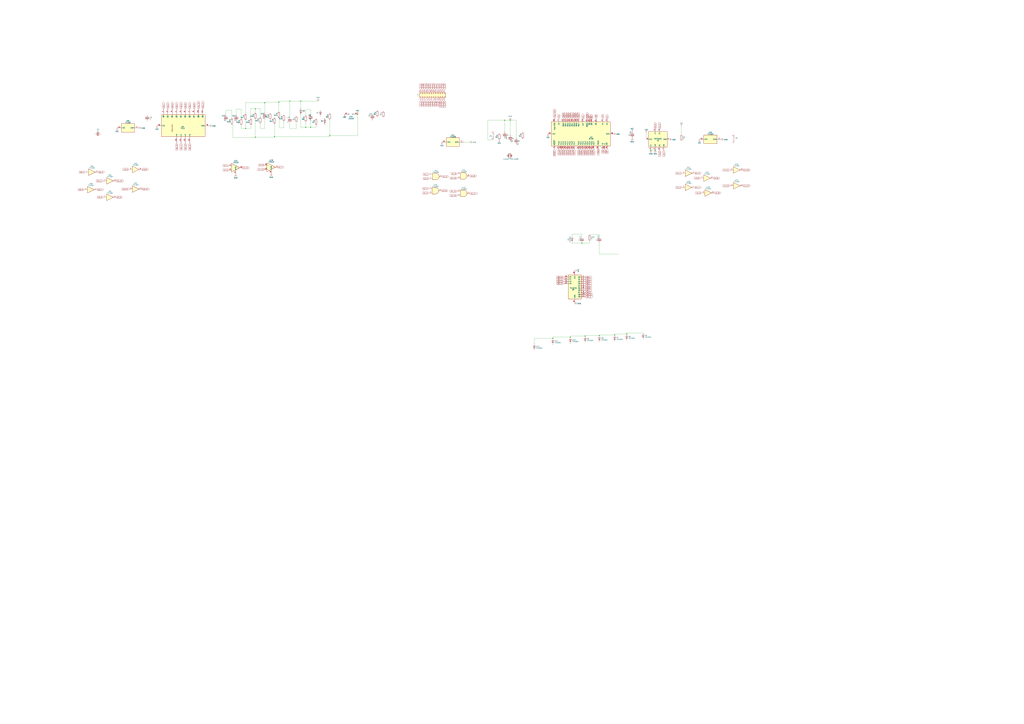
<source format=kicad_sch>
(kicad_sch (version 20230121) (generator eeschema)
  (paper "A0")
  (junction (at 382.905 157.48))
  (junction (at 307.34 119.38))
  (junction (at 675.64 282.575))
  (junction (at 662.305 391.795))
  (junction (at 415.29 132.715))
  (junction (at 296.545 126.365))
  (junction (at 713.74 389.255))
  (junction (at 755.65 174.625))
  (junction (at 695.96 389.89))
  (junction (at 336.55 117.475))
  (junction (at 354.965 147.955))
  (junction (at 296.545 159.385))
  (junction (at 679.45 390.525))
  (junction (at 641.985 393.065))
  (junction (at 318.77 158.75))
  (junction (at 586.105 139.7))
  (junction (at 349.25 117.475))
  (junction (at 360.68 147.955))
  (junction (at 760.73 174.625))
  (junction (at 285.115 149.225))
  (junction (at 727.71 387.985))
  (junction (at 323.85 118.745))
  (junction (at 592.455 139.7))
  (wire (pts (xy 415.29 132.715) (xy 415.29 157.48)))
  (wire (pts (xy 586.105 139.7) (xy 586.105 153.035)))
  (wire (pts (xy 354.965 127.635) (xy 354.965 133.985)))
  (wire (pts (xy 344.17 149.225) (xy 336.55 149.225)))
  (wire (pts (xy 641.985 393.065) (xy 641.985 391.795)))
  (wire (pts (xy 307.34 138.43) (xy 307.34 149.225)))
  (wire (pts (xy 367.03 147.955) (xy 360.68 147.955)))
  (wire (pts (xy 354.965 147.955) (xy 349.25 147.955)))
  (wire (pts (xy 318.77 144.145) (xy 318.77 158.75)))
  (wire (pts (xy 329.565 148.59) (xy 324.485 148.59)))
  (wire (pts (xy 679.45 389.89) (xy 695.96 389.89)))
  (wire (pts (xy 291.465 145.415) (xy 291.465 149.225)))
  (wire (pts (xy 382.905 157.48) (xy 382.905 158.75)))
  (wire (pts (xy 318.77 159.385) (xy 296.545 159.385)))
  (wire (pts (xy 684.53 282.575) (xy 684.53 280.035)))
  (wire (pts (xy 354.965 147.955) (xy 354.965 141.605)))
  (wire (pts (xy 349.25 147.955) (xy 349.25 133.35)))
  (wire (pts (xy 360.68 147.955) (xy 354.965 147.955)))
  (wire (pts (xy 592.455 139.7) (xy 586.105 139.7)))
  (wire (pts (xy 262.255 128.27) (xy 262.255 133.35)))
  (wire (pts (xy 285.115 139.7) (xy 285.115 149.225)))
  (wire (pts (xy 599.44 160.02) (xy 599.44 139.7)))
  (wire (pts (xy 367.03 145.415) (xy 367.03 147.955)))
  (wire (pts (xy 727.71 386.715) (xy 746.76 386.715)))
  (wire (pts (xy 318.77 158.75) (xy 318.77 159.385)))
  (wire (pts (xy 382.905 158.75) (xy 318.77 158.75)))
  (wire (pts (xy 684.53 272.415) (xy 695.96 272.415)))
  (wire (pts (xy 329.565 140.97) (xy 329.565 148.59)))
  (wire (pts (xy 280.035 149.225) (xy 280.035 145.415)))
  (wire (pts (xy 270.51 144.78) (xy 269.24 144.78)))
  (wire (pts (xy 280.035 137.795) (xy 280.035 127)))
  (wire (pts (xy 641.985 391.795) (xy 662.305 391.795)))
  (wire (pts (xy 572.77 162.56) (xy 566.42 162.56)))
  (wire (pts (xy 285.115 149.225) (xy 280.035 149.225)))
  (wire (pts (xy 307.34 149.225) (xy 302.26 149.225)))
  (wire (pts (xy 336.55 117.475) (xy 323.85 117.475)))
  (wire (pts (xy 791.21 146.685) (xy 791.21 156.21)))
  (wire (pts (xy 360.68 127.635) (xy 354.965 127.635)))
  (wire (pts (xy 664.21 282.575) (xy 675.64 282.575)))
  (wire (pts (xy 415.29 157.48) (xy 382.905 157.48)))
  (wire (pts (xy 360.68 147.955) (xy 360.68 140.335)))
  (wire (pts (xy 675.64 271.78) (xy 664.21 271.78)))
  (wire (pts (xy 302.26 149.225) (xy 302.26 143.51)))
  (wire (pts (xy 750.57 161.925) (xy 750.57 154.305)))
  (wire (pts (xy 296.545 130.81) (xy 296.545 126.365)))
  (wire (pts (xy 323.85 117.475) (xy 323.85 118.745)))
  (wire (pts (xy 307.34 119.38) (xy 285.115 119.38)))
  (wire (pts (xy 620.395 393.065) (xy 641.985 393.065)))
  (wire (pts (xy 344.17 142.24) (xy 344.17 149.225)))
  (wire (pts (xy 382.905 139.065) (xy 382.905 157.48)))
  (wire (pts (xy 323.85 118.745) (xy 307.34 118.745)))
  (wire (pts (xy 679.45 390.525) (xy 679.45 389.89)))
  (wire (pts (xy 675.64 282.575) (xy 684.53 282.575)))
  (wire (pts (xy 662.305 391.795) (xy 662.305 390.525)))
  (wire (pts (xy 713.74 389.255) (xy 713.74 387.985)))
  (wire (pts (xy 349.25 125.73) (xy 349.25 117.475)))
  (wire (pts (xy 349.25 117.475) (xy 336.55 117.475)))
  (wire (pts (xy 695.96 295.275) (xy 718.185 295.275)))
  (wire (pts (xy 296.545 159.385) (xy 296.545 160.02)))
  (wire (pts (xy 291.465 149.225) (xy 285.115 149.225)))
  (wire (pts (xy 324.485 148.59) (xy 324.485 137.16)))
  (wire (pts (xy 675.64 274.955) (xy 675.64 271.78)))
  (wire (pts (xy 324.485 137.16) (xy 323.85 137.16)))
  (wire (pts (xy 290.83 126.365) (xy 290.83 137.795)))
  (wire (pts (xy 713.74 387.985) (xy 727.71 387.985)))
  (wire (pts (xy 296.545 126.365) (xy 290.83 126.365)))
  (wire (pts (xy 586.105 139.7) (xy 566.42 139.7)))
  (wire (pts (xy 695.96 282.575) (xy 695.96 295.275)))
  (wire (pts (xy 369.3021 117.475) (xy 349.25 117.475)))
  (wire (pts (xy 727.71 387.985) (xy 727.71 386.715)))
  (wire (pts (xy 592.455 156.845) (xy 592.455 139.7)))
  (wire (pts (xy 336.55 149.225) (xy 336.55 143.51)))
  (wire (pts (xy 296.545 138.43) (xy 296.545 159.385)))
  (wire (pts (xy 695.96 389.255) (xy 713.74 389.255)))
  (wire (pts (xy 270.51 160.02) (xy 270.51 144.78)))
  (wire (pts (xy 290.83 137.795) (xy 291.465 137.795)))
  (wire (pts (xy 755.65 174.625) (xy 760.73 174.625)))
  (wire (pts (xy 599.44 139.7) (xy 592.455 139.7)))
  (wire (pts (xy 336.55 117.475) (xy 336.55 135.89)))
  (wire (pts (xy 269.24 137.16) (xy 269.24 128.27)))
  (wire (pts (xy 620.395 399.415) (xy 620.395 393.065)))
  (wire (pts (xy 695.96 389.89) (xy 695.96 389.255)))
  (wire (pts (xy 280.035 127) (xy 274.32 127)))
  (wire (pts (xy 302.26 126.365) (xy 296.545 126.365)))
  (wire (pts (xy 302.26 135.89) (xy 302.26 126.365)))
  (wire (pts (xy 269.24 128.27) (xy 262.255 128.27)))
  (wire (pts (xy 360.68 132.715) (xy 360.68 127.635)))
  (wire (pts (xy 695.96 272.415) (xy 695.96 274.955)))
  (wire (pts (xy 285.115 119.38) (xy 285.115 132.08)))
  (wire (pts (xy 566.42 162.56) (xy 566.42 139.7)))
  (wire (pts (xy 662.305 390.525) (xy 679.45 390.525)))
  (wire (pts (xy 664.21 271.78) (xy 664.21 274.32)))
  (wire (pts (xy 307.34 118.745) (xy 307.34 119.38)))
  (wire (pts (xy 323.85 118.745) (xy 323.85 129.54)))
  (wire (pts (xy 538.48 165.1) (xy 545.465 165.1)))
  (wire (pts (xy 274.32 127) (xy 274.32 133.35)))
  (wire (pts (xy 664.21 281.94) (xy 664.21 282.575)))
  (wire (pts (xy 307.34 119.38) (xy 307.34 130.81)))
  (wire (pts (xy 296.545 160.02) (xy 270.51 160.02)))
  (global_label "U7_12" (shape output) (at 281.305 194.945 0) (property "Intersheetrefs" "${INTERSHEET_REFS}" (effects hide)))
  (global_label "Vpp{slash}VDD" (shape input) (at 643.89 137.795 90) (property "Intersheetrefs" "${INTERSHEET_REFS}" (effects hide)))
  (global_label "J1_9" (shape input) (at 508.635 116.84 270) (property "Intersheetrefs" "${INTERSHEET_REFS}" (effects hide)))
  (global_label "~{PESN}" (shape output) (at 681.99 137.795 90) (property "Intersheetrefs" "${INTERSHEET_REFS}" (effects hide)))
  (global_label "U8_13" (shape input) (at 654.685 327.025 180) (property "Intersheetrefs" "${INTERSHEET_REFS}" (effects hide)))
  (global_label "J1_D" (shape input) (at 495.935 104.14 90) (property "Intersheetrefs" "${INTERSHEET_REFS}" (effects hide)))
  (global_label "P2.0" (shape input) (at 671.83 173.355 270) (property "Intersheetrefs" "${INTERSHEET_REFS}" (effects hide)))
  (global_label "PROG" (shape output) (at 694.69 173.355 270) (property "Intersheetrefs" "${INTERSHEET_REFS}" (effects hide)))
  (global_label "U6_2" (shape output) (at 194.945 125.73 90) (property "Intersheetrefs" "${INTERSHEET_REFS}" (effects hide)))
  (global_label "U8_14" (shape input) (at 654.685 324.485 180) (property "Intersheetrefs" "${INTERSHEET_REFS}" (effects hide)))
  (global_label "U8_6" (shape output) (at 680.085 334.645 0) (property "Intersheetrefs" "${INTERSHEET_REFS}" (effects hide)))
  (global_label "U6_13" (shape input) (at 215.265 166.37 270) (property "Intersheetrefs" "${INTERSHEET_REFS}" (effects hide)))
  (global_label "J1_4" (shape input) (at 495.935 116.84 270) (property "Intersheetrefs" "${INTERSHEET_REFS}" (effects hide)))
  (global_label "U3_3" (shape output) (at 760.73 149.225 90) (property "Intersheetrefs" "${INTERSHEET_REFS}" (effects hide)))
  (global_label "U8_12" (shape input) (at 654.685 329.565 180) (property "Intersheetrefs" "${INTERSHEET_REFS}" (effects hide)))
  (global_label "U5_5" (shape input) (at 120.015 229.235 180) (property "Intersheetrefs" "${INTERSHEET_REFS}" (effects hide)))
  (global_label "U5_12" (shape output) (at 165.1 219.71 0) (property "Intersheetrefs" "${INTERSHEET_REFS}" (effects hide)))
  (global_label "U8_10" (shape output) (at 680.085 342.265 0) (property "Intersheetrefs" "${INTERSHEET_REFS}" (effects hide)))
  (global_label "P1.0" (shape input) (at 648.97 173.355 270) (property "Intersheetrefs" "${INTERSHEET_REFS}" (effects hide)))
  (global_label "U6_5" (shape output) (at 210.185 125.73 90) (property "Intersheetrefs" "${INTERSHEET_REFS}" (effects hide)))
  (global_label "U4_4" (shape output) (at 807.085 217.805 0) (property "Intersheetrefs" "${INTERSHEET_REFS}" (effects hide)))
  (global_label "U1_12" (shape input) (at 530.86 222.25 180) (property "Intersheetrefs" "${INTERSHEET_REFS}" (effects hide)))
  (global_label "J1_11" (shape input) (at 513.715 116.84 270) (property "Intersheetrefs" "${INTERSHEET_REFS}" (effects hide)))
  (global_label "U6_9" (shape output) (at 225.425 125.73 90) (property "Intersheetrefs" "${INTERSHEET_REFS}" (effects hide)))
  (global_label "U6_4" (shape output) (at 205.105 125.73 90) (property "Intersheetrefs" "${INTERSHEET_REFS}" (effects hide)))
  (global_label "U5_3" (shape input) (at 97.79 220.345 180) (property "Intersheetrefs" "${INTERSHEET_REFS}" (effects hide)))
  (global_label "U6_12" (shape input) (at 220.345 166.37 270) (property "Intersheetrefs" "${INTERSHEET_REFS}" (effects hide)))
  (global_label "U8_3" (shape output) (at 680.085 327.025 0) (property "Intersheetrefs" "${INTERSHEET_REFS}" (effects hide)))
  (global_label "U5_1" (shape input) (at 99.06 200.025 180) (property "Intersheetrefs" "${INTERSHEET_REFS}" (effects hide)))
  (global_label "P2.6" (shape input) (at 687.07 173.355 270) (property "Intersheetrefs" "${INTERSHEET_REFS}" (effects hide)))
  (global_label "U5_9" (shape input) (at 149.86 196.85 180) (property "Intersheetrefs" "${INTERSHEET_REFS}" (effects hide)))
  (global_label "J1_10" (shape input) (at 511.175 116.84 270) (property "Intersheetrefs" "${INTERSHEET_REFS}" (effects hide)))
  (global_label "U8_2" (shape output) (at 680.085 324.485 0) (property "Intersheetrefs" "${INTERSHEET_REFS}" (effects hide)))
  (global_label "J1_7" (shape input) (at 503.555 116.84 270) (property "Intersheetrefs" "${INTERSHEET_REFS}" (effects hide)))
  (global_label "J1_8" (shape input) (at 506.095 116.84 270) (property "Intersheetrefs" "${INTERSHEET_REFS}" (effects hide)))
  (global_label "U8_9" (shape output) (at 680.085 339.725 0) (property "Intersheetrefs" "${INTERSHEET_REFS}" (effects hide)))
  (global_label "U1_9" (shape input) (at 530.86 201.93 180) (property "Intersheetrefs" "${INTERSHEET_REFS}" (effects hide)))
  (global_label "P2.5" (shape input) (at 684.53 173.355 270) (property "Intersheetrefs" "${INTERSHEET_REFS}" (effects hide)))
  (global_label "U7_4" (shape input) (at 266.065 192.405 180) (property "Intersheetrefs" "${INTERSHEET_REFS}" (effects hide)))
  (global_label "~{SS}" (shape input) (at 692.15 137.795 90) (property "Intersheetrefs" "${INTERSHEET_REFS}" (effects hide)))
  (global_label "U8_11" (shape output) (at 680.085 344.805 0) (property "Intersheetrefs" "${INTERSHEET_REFS}" (effects hide)))
  (global_label "J1_2" (shape input) (at 490.855 116.84 270) (property "Intersheetrefs" "${INTERSHEET_REFS}" (effects hide)))
  (global_label "U6_14" (shape input) (at 210.185 166.37 270) (property "Intersheetrefs" "${INTERSHEET_REFS}" (effects hide)))
  (global_label "T1" (shape input) (at 702.31 173.355 270) (property "Intersheetrefs" "${INTERSHEET_REFS}" (effects hide)))
  (global_label "U3_6" (shape input) (at 765.81 174.625 270) (property "Intersheetrefs" "${INTERSHEET_REFS}" (effects hide)))
  (global_label "U8_15" (shape input) (at 654.685 321.945 180) (property "Intersheetrefs" "${INTERSHEET_REFS}" (effects hide)))
  (global_label "U1_1" (shape input) (at 498.475 202.565 180) (property "Intersheetrefs" "${INTERSHEET_REFS}" (effects hide)))
  (global_label "P2.1" (shape input) (at 674.37 173.355 270) (property "Intersheetrefs" "${INTERSHEET_REFS}" (effects hide)))
  (global_label "U5_13" (shape input) (at 149.86 219.71 180) (property "Intersheetrefs" "${INTERSHEET_REFS}" (effects hide)))
  (global_label "DB.2" (shape input) (at 659.13 137.795 90) (property "Intersheetrefs" "${INTERSHEET_REFS}" (effects hide)))
  (global_label "P1.1" (shape input) (at 651.51 173.355 270) (property "Intersheetrefs" "${INTERSHEET_REFS}" (effects hide)))
  (global_label "U4_8" (shape output) (at 829.945 224.155 0) (property "Intersheetrefs" "${INTERSHEET_REFS}" (effects hide)))
  (global_label "J1_K" (shape input) (at 508.635 104.14 90) (property "Intersheetrefs" "${INTERSHEET_REFS}" (effects hide)))
  (global_label "P2.7" (shape input) (at 689.61 173.355 270) (property "Intersheetrefs" "${INTERSHEET_REFS}" (effects hide)))
  (global_label "U8_1" (shape output) (at 680.085 321.945 0) (property "Intersheetrefs" "${INTERSHEET_REFS}" (effects hide)))
  (global_label "DB.6" (shape input) (at 669.29 137.795 90) (property "Intersheetrefs" "${INTERSHEET_REFS}" (effects hide)))
  (global_label "U4_13" (shape input) (at 847.725 215.9 180) (property "Intersheetrefs" "${INTERSHEET_REFS}" (effects hide)))
  (global_label "J1_N" (shape input) (at 516.255 104.14 90) (property "Intersheetrefs" "${INTERSHEET_REFS}" (effects hide)))
  (global_label "P1.2" (shape input) (at 654.05 173.355 270) (property "Intersheetrefs" "${INTERSHEET_REFS}" (effects hide)))
  (global_label "J1_3" (shape input) (at 493.395 116.84 270) (property "Intersheetrefs" "${INTERSHEET_REFS}" (effects hide)))
  (global_label "U4_12" (shape output) (at 862.965 215.9 0) (property "Intersheetrefs" "${INTERSHEET_REFS}" (effects hide)))
  (global_label "J1_M" (shape input) (at 513.715 104.14 90) (property "Intersheetrefs" "${INTERSHEET_REFS}" (effects hide)))
  (global_label "J1_L" (shape input) (at 511.175 104.14 90) (property "Intersheetrefs" "${INTERSHEET_REFS}" (effects hide)))
  (global_label "J1_5" (shape input) (at 498.475 116.84 270) (property "Intersheetrefs" "${INTERSHEET_REFS}" (effects hide)))
  (global_label "T0" (shape input) (at 699.77 173.355 270) (property "Intersheetrefs" "${INTERSHEET_REFS}" (effects hide)))
  (global_label "J1_6" (shape input) (at 501.015 116.84 270) (property "Intersheetrefs" "${INTERSHEET_REFS}" (effects hide)))
  (global_label "~{RESET}" (shape input) (at 643.89 173.355 270) (property "Intersheetrefs" "${INTERSHEET_REFS}" (effects hide)))
  (global_label "P1.5" (shape input) (at 661.67 173.355 270) (property "Intersheetrefs" "${INTERSHEET_REFS}" (effects hide)))
  (global_label "J1_C" (shape input) (at 493.395 104.14 90) (property "Intersheetrefs" "${INTERSHEET_REFS}" (effects hide)))
  (global_label "ALE" (shape output) (at 676.91 137.795 90) (property "Intersheetrefs" "${INTERSHEET_REFS}" (effects hide)))
  (global_label "U1_13" (shape input) (at 530.86 227.33 180) (property "Intersheetrefs" "${INTERSHEET_REFS}" (effects hide)))
  (global_label "U7_5" (shape input) (at 266.065 197.485 180) (property "Intersheetrefs" "${INTERSHEET_REFS}" (effects hide)))
  (global_label "X1" (shape input) (at 699.77 137.795 90) (property "Intersheetrefs" "${INTERSHEET_REFS}" (effects hide)))
  (global_label "U1_3" (shape output) (at 513.715 205.105 0) (property "Intersheetrefs" "${INTERSHEET_REFS}" (effects hide)))
  (global_label "U6_7" (shape output) (at 220.345 125.73 90) (property "Intersheetrefs" "${INTERSHEET_REFS}" (effects hide)))
  (global_label "J1_12" (shape input) (at 516.255 116.84 270) (property "Intersheetrefs" "${INTERSHEET_REFS}" (effects hide)))
  (global_label "U1_5" (shape input) (at 497.84 224.155 180) (property "Intersheetrefs" "${INTERSHEET_REFS}" (effects hide)))
  (global_label "U4_2" (shape output) (at 807.085 201.295 0) (property "Intersheetrefs" "${INTERSHEET_REFS}" (effects hide)))
  (global_label "DB.4" (shape input) (at 664.21 137.795 90) (property "Intersheetrefs" "${INTERSHEET_REFS}" (effects hide)))
  (global_label "~{INT}" (shape input) (at 704.85 173.355 270) (property "Intersheetrefs" "${INTERSHEET_REFS}" (effects hide)))
  (global_label "U1_11" (shape output) (at 546.1 224.79 0) (property "Intersheetrefs" "${INTERSHEET_REFS}" (effects hide)))
  (global_label "EA" (shape input) (at 648.97 137.795 90) (property "Intersheetrefs" "${INTERSHEET_REFS}" (effects hide)))
  (global_label "P1.3" (shape input) (at 656.59 173.355 270) (property "Intersheetrefs" "${INTERSHEET_REFS}" (effects hide)))
  (global_label "U5_4" (shape output) (at 113.03 220.345 0) (property "Intersheetrefs" "${INTERSHEET_REFS}" (effects hide)))
  (global_label "U6_10" (shape output) (at 230.505 125.73 90) (property "Intersheetrefs" "${INTERSHEET_REFS}" (effects hide)))
  (global_label "~{RW}" (shape output) (at 687.07 137.795 90) (property "Intersheetrefs" "${INTERSHEET_REFS}" (effects hide)))
  (global_label "J1_E" (shape input) (at 498.475 104.14 90) (property "Intersheetrefs" "${INTERSHEET_REFS}" (effects hide)))
  (global_label "U5_8" (shape output) (at 165.1 196.85 0) (property "Intersheetrefs" "${INTERSHEET_REFS}" (effects hide)))
  (global_label "U7_7" (shape output) (at 322.58 194.31 0) (property "Intersheetrefs" "${INTERSHEET_REFS}" (effects hide)))
  (global_label "U1_2" (shape input) (at 498.475 207.645 180) (property "Intersheetrefs" "${INTERSHEET_REFS}" (effects hide)))
  (global_label "U8_7" (shape output) (at 680.085 337.185 0) (property "Intersheetrefs" "${INTERSHEET_REFS}" (effects hide)))
  (global_label "DB.7" (shape input) (at 671.83 137.795 90) (property "Intersheetrefs" "${INTERSHEET_REFS}" (effects hide)))
  (global_label "U4_5" (shape input) (at 813.435 207.01 180) (property "Intersheetrefs" "${INTERSHEET_REFS}" (effects hide)))
  (global_label "J1_1" (shape input) (at 488.315 116.84 270) (property "Intersheetrefs" "${INTERSHEET_REFS}" (effects hide)))
  (global_label "U6_3" (shape output) (at 200.025 125.73 90) (property "Intersheetrefs" "${INTERSHEET_REFS}" (effects hide)))
  (global_label "U7_10" (shape input) (at 307.34 196.85 180) (property "Intersheetrefs" "${INTERSHEET_REFS}" (effects hide)))
  (global_label "U4_11" (shape input) (at 847.725 197.485 180) (property "Intersheetrefs" "${INTERSHEET_REFS}" (effects hide)))
  (global_label "U6_15" (shape input) (at 205.105 166.37 270) (property "Intersheetrefs" "${INTERSHEET_REFS}" (effects hide)))
  (global_label "U8_5" (shape output) (at 680.085 332.105 0) (property "Intersheetrefs" "${INTERSHEET_REFS}" (effects hide)))
  (global_label "DB.3" (shape input) (at 661.67 137.795 90) (property "Intersheetrefs" "${INTERSHEET_REFS}" (effects hide)))
  (global_label "U3_5" (shape output) (at 765.81 149.225 90) (property "Intersheetrefs" "${INTERSHEET_REFS}" (effects hide)))
  (global_label "U7_9" (shape input) (at 307.34 191.77 180) (property "Intersheetrefs" "${INTERSHEET_REFS}" (effects hide)))
  (global_label "U6_11" (shape output) (at 235.585 125.73 90) (property "Intersheetrefs" "${INTERSHEET_REFS}" (effects hide)))
  (global_label "U3_7" (shape input) (at 770.89 174.625 270) (property "Intersheetrefs" "${INTERSHEET_REFS}" (effects hide)))
  (global_label "J1_J" (shape input) (at 506.095 104.14 90) (property "Intersheetrefs" "${INTERSHEET_REFS}" (effects hide)))
  (global_label "DB.0" (shape input) (at 654.05 137.795 90) (property "Intersheetrefs" "${INTERSHEET_REFS}" (effects hide)))
  (global_label "U4_3" (shape input) (at 791.845 217.805 180) (property "Intersheetrefs" "${INTERSHEET_REFS}" (effects hide)))
  (global_label "P1.6" (shape input) (at 664.21 173.355 270) (property "Intersheetrefs" "${INTERSHEET_REFS}" (effects hide)))
  (global_label "J1_F" (shape input) (at 501.015 104.14 90) (property "Intersheetrefs" "${INTERSHEET_REFS}" (effects hide)))
  (global_label "DB.1" (shape input) (at 656.59 137.795 90) (property "Intersheetrefs" "${INTERSHEET_REFS}" (effects hide)))
  (global_label "J1_A" (shape input) (at 488.315 104.14 90) (property "Intersheetrefs" "${INTERSHEET_REFS}" (effects hide)))
  (global_label "U6_1" (shape output) (at 189.865 125.73 90) (property "Intersheetrefs" "${INTERSHEET_REFS}" (effects hide)))
  (global_label "U6_6" (shape output) (at 215.265 125.73 90) (property "Intersheetrefs" "${INTERSHEET_REFS}" (effects hide)))
  (global_label "P2.2" (shape input) (at 676.91 173.355 270) (property "Intersheetrefs" "${INTERSHEET_REFS}" (effects hide)))
  (global_label "U5_2" (shape output) (at 114.3 200.025 0) (property "Intersheetrefs" "${INTERSHEET_REFS}" (effects hide)))
  (global_label "U1_8" (shape output) (at 546.1 204.47 0) (property "Intersheetrefs" "${INTERSHEET_REFS}" (effects hide)))
  (global_label "P2.3" (shape input) (at 679.45 173.355 270) (property "Intersheetrefs" "${INTERSHEET_REFS}" (effects hide)))
  (global_label "J1_B" (shape input) (at 490.855 104.14 90) (property "Intersheetrefs" "${INTERSHEET_REFS}" (effects hide)))
  (global_label "U4_9" (shape input) (at 814.705 224.155 180) (property "Intersheetrefs" "${INTERSHEET_REFS}" (effects hide)))
  (global_label "U8_4" (shape output) (at 680.085 329.565 0) (property "Intersheetrefs" "${INTERSHEET_REFS}" (effects hide)))
  (global_label "U5_10" (shape output) (at 135.255 210.185 0) (property "Intersheetrefs" "${INTERSHEET_REFS}" (effects hide)))
  (global_label "U1_10" (shape input) (at 530.86 207.01 180) (property "Intersheetrefs" "${INTERSHEET_REFS}" (effects hide)))
  (global_label "~{RD}" (shape output) (at 684.53 137.795 90) (property "Intersheetrefs" "${INTERSHEET_REFS}" (effects hide)))
  (global_label "X2" (shape output) (at 704.85 137.795 90) (property "Intersheetrefs" "${INTERSHEET_REFS}" (effects hide)))
  (global_label "P1.7" (shape input) (at 666.75 173.355 270) (property "Intersheetrefs" "${INTERSHEET_REFS}" (effects hide)))
  (global_label "P2.4" (shape input) (at 681.99 173.355 270) (property "Intersheetrefs" "${INTERSHEET_REFS}" (effects hide)))
  (global_label "U1_6" (shape output) (at 513.08 221.615 0) (property "Intersheetrefs" "${INTERSHEET_REFS}" (effects hide)))
  (global_label "U4_10" (shape output) (at 862.965 197.485 0) (property "Intersheetrefs" "${INTERSHEET_REFS}" (effects hide)))
  (global_label "P1.4" (shape input) (at 659.13 173.355 270) (property "Intersheetrefs" "${INTERSHEET_REFS}" (effects hide)))
  (global_label "U1_4" (shape input) (at 497.84 219.075 180) (property "Intersheetrefs" "${INTERSHEET_REFS}" (effects hide)))
  (global_label "U4_6" (shape output) (at 828.675 207.01 0) (property "Intersheetrefs" "${INTERSHEET_REFS}" (effects hide)))
  (global_label "U5_11" (shape input) (at 120.015 210.185 180) (property "Intersheetrefs" "${INTERSHEET_REFS}" (effects hide)))
  (global_label "DB.5" (shape input) (at 666.75 137.795 90) (property "Intersheetrefs" "${INTERSHEET_REFS}" (effects hide)))
  (global_label "U4_1" (shape input) (at 791.845 201.295 180) (property "Intersheetrefs" "${INTERSHEET_REFS}" (effects hide)))
  (global_label "J1_H" (shape input) (at 503.555 104.14 90) (property "Intersheetrefs" "${INTERSHEET_REFS}" (effects hide)))
  (global_label "U5_6" (shape output) (at 135.255 229.235 0) (property "Intersheetrefs" "${INTERSHEET_REFS}" (effects hide)))
  (symbol (lib_id "Device:C") (at 274.32 137.16 180) (unit 1)
    (property "Reference" "C11" (at 273.685 134.62 0) (effects (justify left)))
    (property "Value" "C" (at 273.685 139.7 0) (effects (justify left)))
    (property "Footprint" "Forgotten Machines:Resistor-Cap-P10.16mm_Horizontal" (effects hide))
  )
  (symbol (lib_id "Diode:1N4004") (at 679.45 394.335 90) (unit 1)
    (property "Reference" "D9" (at 681.482 393.6913 90) (effects (justify right)))
    (property "Value" "1N4004" (at 681.482 395.6123 90) (effects (justify right)))
    (property "Footprint" "Diode_THT:D_DO-41_SOD81_P10.16mm_Horizontal" (effects hide))
    (property "Datasheet" "http://www.vishay.com/docs/88503/1n4001.pdf" (effects hide))
    (property "Sim.Device" "D" (effects hide))
    (property "Sim.Pins" "1=K 2=A" (effects hide))
  )
  (symbol (lib_id "power:GND") (at 734.06 160.655 0) (unit 1)
    (property "Reference" "#PWR022" (effects hide))
    (property "Value" "GND" (at 734.06 164.7905 0))
  )
  (symbol (lib_id "Device:R") (at 318.77 140.335 180) (unit 1)
    (property "Reference" "R12" (at 316.992 140.9787 0) (effects (justify left)))
    (property "Value" "R" (at 316.992 139.0577 0) (effects (justify left)))
    (property "Footprint" "Forgotten Machines:Resistor-Cap-P10.16mm_Horizontal" (effects hide))
  )
  (symbol (lib_id "74xx:74LS04") (at 824.865 161.925 90) (unit 7)
    (property "Reference" "U4" (at 824.865 153.8351 90))
    (property "Value" "74LS04" (at 824.865 155.7561 90))
    (property "Footprint" "Package_DIP:DIP-14_W7.62mm" (effects hide))
    (property "Datasheet" "http://www.ti.com/lit/gpn/sn74LS04" (effects hide))
  )
  (symbol (lib_id "Device:R") (at 323.85 133.35 180) (unit 1)
    (property "Reference" "R11" (at 322.072 133.9937 0) (effects (justify left)))
    (property "Value" "R" (at 322.072 132.0727 0) (effects (justify left)))
    (property "Footprint" "Forgotten Machines:Resistor-Cap-P10.16mm_Horizontal" (effects hide))
  )
  (symbol (lib_id "Device:R") (at 329.565 137.16 180) (unit 1)
    (property "Reference" "R10" (at 327.787 137.8037 0) (effects (justify left)))
    (property "Value" "R" (at 327.787 135.8827 0) (effects (justify left)))
    (property "Footprint" "Forgotten Machines:Resistor-Cap-P10.16mm_Horizontal" (effects hide))
  )
  (symbol (lib_id "power:GND") (at 161.29 148.59 90) (unit 1)
    (property "Reference" "#PWR016" (effects hide))
    (property "Value" "GND" (at 164.465 148.9068 90) (effects (justify right)))
  )
  (symbol (lib_id "Device:C") (at 170.815 137.16 0) (unit 1)
    (property "Reference" "C6" (at 173.736 136.5163 0) (effects (justify left)))
    (property "Value" "C" (at 173.736 138.4373 0) (effects (justify left)))
    (property "Footprint" "Forgotten Machines:Resistor-Cap-P10.16mm_Horizontal" (effects hide))
  )
  (symbol (lib_id "74xx:74LS04") (at 822.325 224.155 0) (unit 4)
    (property "Reference" "U4" (at 822.325 217.3351 0))
    (property "Value" "74LS04" (at 822.325 219.2561 0))
    (property "Footprint" "Package_DIP:DIP-14_W7.62mm" (effects hide))
    (property "Datasheet" "http://www.ti.com/lit/gpn/sn74LS04" (effects hide))
  )
  (symbol (lib_id "Jumper:Jumper_2_Bridged") (at 852.17 161.29 90) (unit 1)
    (property "Reference" "JP1" (at 853.313 160.6463 90) (effects (justify right)))
    (property "Value" "Jumper_2_Bridged" (effects hide))
    (property "Footprint" "Forgotten Machines:Wire Jumper 0.325in" (effects hide))
  )
  (symbol (lib_id "MCU_Intel:8748") (at 674.37 155.575 90) (unit 1)
    (property "Reference" "U2" (at 686.435 159.385 90))
    (property "Value" "8748" (at 686.435 161.306 90))
    (property "Footprint" "Package_DIP:DIP-40_W15.24mm" (effects hide))
  )
  (symbol (lib_id "74xx:74LS04") (at 855.345 197.485 0) (unit 5)
    (property "Reference" "U4" (at 855.345 190.6651 0))
    (property "Value" "74LS04" (at 855.345 192.5861 0))
    (property "Footprint" "Package_DIP:DIP-14_W7.62mm" (effects hide))
    (property "Datasheet" "http://www.ti.com/lit/gpn/sn74LS04" (effects hide))
  )
  (symbol (lib_id "Diode:1N4004") (at 664.21 278.13 90) (unit 1)
    (property "Reference" "D4" (at 659.9301 278.13 0))
    (property "Value" "1N4004" (at 661.8511 278.13 0))
    (property "Footprint" "Diode_THT:D_DO-41_SOD81_P10.16mm_Horizontal" (effects hide))
    (property "Datasheet" "http://www.vishay.com/docs/88503/1n4001.pdf" (effects hide))
    (property "Sim.Device" "D" (effects hide))
    (property "Sim.Pins" "1=K 2=A" (effects hide))
  )
  (symbol (lib_id "power:VCC") (at 182.245 146.05 180) (unit 1)
    (property "Reference" "#PWR010" (effects hide))
    (property "Value" "VCC" (at 182.245 150.1855 0))
  )
  (symbol (lib_id "power:GND") (at 592.455 139.7 180) (unit 1)
    (property "Reference" "#PWR025" (effects hide))
    (property "Value" "GND" (at 592.455 135.255 0))
  )
  (symbol (lib_id "power:GND") (at 777.24 161.925 90) (unit 1)
    (property "Reference" "#PWR04" (effects hide))
    (property "Value" "GND" (at 780.415 162.2418 90) (effects (justify right)))
  )
  (symbol (lib_id "power:VCC") (at 415.29 132.715 0) (unit 1)
    (property "Reference" "#PWR023" (effects hide))
    (property "Value" "VCC" (at 415.29 128.5795 0))
  )
  (symbol (lib_id "74xx:74LS04") (at 799.465 217.805 0) (unit 2)
    (property "Reference" "U4" (at 799.465 210.9851 0))
    (property "Value" "74LS04" (at 799.465 212.9061 0))
    (property "Footprint" "Package_DIP:DIP-14_W7.62mm" (effects hide))
    (property "Datasheet" "http://www.ti.com/lit/gpn/sn74LS04" (effects hide))
  )
  (symbol (lib_id "Comparator:LM319") (at 273.685 194.945 0) (unit 1)
    (property "Reference" "U7" (at 273.685 186.8551 0))
    (property "Value" "LM319" (at 273.685 188.7761 0))
    (property "Footprint" "Package_DIP:DIP-14_W7.62mm" (effects hide))
    (property "Datasheet" "http://www.ti.com/lit/ds/symlink/lm319-n.pdf" (effects hide))
  )
  (symbol (lib_id "74xx:74LS04") (at 127.635 229.235 0) (unit 3)
    (property "Reference" "U5" (at 127.635 222.4151 0))
    (property "Value" "74LS04" (at 127.635 224.3361 0))
    (property "Footprint" "Package_DIP:DIP-14_W7.62mm" (effects hide))
    (property "Datasheet" "http://www.ti.com/lit/gpn/sn74LS04" (effects hide))
  )
  (symbol (lib_id "Diode:1N4004") (at 662.305 395.605 90) (unit 1)
    (property "Reference" "D10" (at 664.337 394.9613 90) (effects (justify right)))
    (property "Value" "1N4004" (at 664.337 396.8823 90) (effects (justify right)))
    (property "Footprint" "Diode_THT:D_DO-41_SOD81_P10.16mm_Horizontal" (effects hide))
    (property "Datasheet" "http://www.vishay.com/docs/88503/1n4001.pdf" (effects hide))
    (property "Sim.Device" "D" (effects hide))
    (property "Sim.Pins" "1=K 2=A" (effects hide))
  )
  (symbol (lib_id "Device:C") (at 586.105 156.845 0) (unit 1)
    (property "Reference" "C3" (at 588.01 160.02 90))
    (property "Value" "C" (at 589.3529 156.845 90))
    (property "Footprint" "Forgotten Machines:Resistor-Cap-P10.16mm_Horizontal" (effects hide))
  )
  (symbol (lib_id "Device:C") (at 734.06 156.845 180) (unit 1)
    (property "Reference" "C4" (at 732.155 153.67 90))
    (property "Value" "C" (at 730.8121 156.845 90))
    (property "Footprint" "Forgotten Machines:Resistor-Cap-P10.16mm_Horizontal" (effects hide))
  )
  (symbol (lib_id "74xx:74LS04") (at 157.48 196.85 0) (unit 4)
    (property "Reference" "U5" (at 157.48 190.0301 0))
    (property "Value" "74LS04" (at 157.48 191.9511 0))
    (property "Footprint" "Package_DIP:DIP-14_W7.62mm" (effects hide))
    (property "Datasheet" "http://www.ti.com/lit/gpn/sn74LS04" (effects hide))
  )
  (symbol (lib_id "Device:R") (at 791.21 160.02 0) (unit 1)
    (property "Reference" "R3" (at 792.988 159.3763 0) (effects (justify left)))
    (property "Value" "R" (at 792.988 161.2973 0) (effects (justify left)))
    (property "Footprint" "Forgotten Machines:Resistor-Cap-P10.16mm_Horizontal" (effects hide))
  )
  (symbol (lib_id "Device:R") (at 367.03 141.605 180) (unit 1)
    (property "Reference" "R7" (at 365.252 142.2487 0) (effects (justify left)))
    (property "Value" "R" (at 365.252 140.3277 0) (effects (justify left)))
    (property "Footprint" "Forgotten Machines:Resistor-Cap-P10.16mm_Horizontal" (effects hide))
  )
  (symbol (lib_id "Forgotten Machines:SN75453") (at 760.73 161.925 90) (unit 1)
    (property "Reference" "U3" (at 763.905 163.195 90))
    (property "Value" "SN75453" (at 763.905 161.274 90))
    (property "Footprint" "Package_DIP:DIP-8_W7.62mm" (effects hide))
  )
  (symbol (lib_id "Diode:1N4004") (at 620.395 403.225 90) (unit 1)
    (property "Reference" "D12" (at 622.427 402.5813 90) (effects (justify right)))
    (property "Value" "1N4004" (at 622.427 404.5023 90) (effects (justify right)))
    (property "Footprint" "Diode_THT:D_DO-41_SOD81_P10.16mm_Horizontal" (effects hide))
    (property "Datasheet" "http://www.vishay.com/docs/88503/1n4001.pdf" (effects hide))
    (property "Sim.Device" "D" (effects hide))
    (property "Sim.Pins" "1=K 2=A" (effects hide))
  )
  (symbol (lib_id "74xx:74LS04") (at 821.055 207.01 0) (unit 3)
    (property "Reference" "U4" (at 821.055 200.1901 0))
    (property "Value" "74LS04" (at 821.055 202.1111 0))
    (property "Footprint" "Package_DIP:DIP-14_W7.62mm" (effects hide))
    (property "Datasheet" "http://www.ti.com/lit/gpn/sn74LS04" (effects hide))
  )
  (symbol (lib_id "Device:R") (at 445.135 132.715 180) (unit 1)
    (property "Reference" "R4" (at 443.357 133.3587 0) (effects (justify left)))
    (property "Value" "R" (at 443.357 131.4377 0) (effects (justify left)))
    (property "Footprint" "Forgotten Machines:Resistor-Cap-P10.16mm_Horizontal" (effects hide))
  )
  (symbol (lib_id "Device:R") (at 344.17 138.43 180) (unit 1)
    (property "Reference" "R9" (at 342.392 139.0737 0) (effects (justify left)))
    (property "Value" "R" (at 342.392 137.1527 0) (effects (justify left)))
    (property "Footprint" "Forgotten Machines:Resistor-Cap-P10.16mm_Horizontal" (effects hide))
  )
  (symbol (lib_id "Diode:1N4004") (at 372.11 131.445 90) (unit 1)
    (property "Reference" "D1" (at 370.078 131.1282 90) (effects (justify left)))
    (property "Value" "1N4004" (effects hide))
    (property "Footprint" "Diode_THT:D_DO-41_SOD81_P10.16mm_Horizontal" (effects hide))
    (property "Datasheet" "http://www.vishay.com/docs/88503/1n4001.pdf" (effects hide))
    (property "Sim.Device" "D" (effects hide))
    (property "Sim.Pins" "1=K 2=A" (effects hide))
  )
  (symbol (lib_id "Device:R") (at 382.905 135.255 180) (unit 1)
    (property "Reference" "R6" (at 381.127 135.8987 0) (effects (justify left)))
    (property "Value" "R" (at 381.127 133.9777 0) (effects (justify left)))
    (property "Footprint" "Forgotten Machines:Resistor-Cap-P10.16mm_Horizontal" (effects hide))
  )
  (symbol (lib_id "Diode:1N4004") (at 727.71 391.795 90) (unit 1)
    (property "Reference" "D6" (at 729.742 391.1513 90) (effects (justify right)))
    (property "Value" "1N4004" (at 729.742 393.0723 90) (effects (justify right)))
    (property "Footprint" "Diode_THT:D_DO-41_SOD81_P10.16mm_Horizontal" (effects hide))
    (property "Datasheet" "http://www.vishay.com/docs/88503/1n4001.pdf" (effects hide))
    (property "Sim.Device" "D" (effects hide))
    (property "Sim.Pins" "1=K 2=A" (effects hide))
  )
  (symbol (lib_id "74xx:74LS04") (at 127.635 210.185 0) (unit 5)
    (property "Reference" "U5" (at 127.635 203.3651 0))
    (property "Value" "74LS04" (at 127.635 205.2861 0))
    (property "Footprint" "Package_DIP:DIP-14_W7.62mm" (effects hide))
    (property "Datasheet" "http://www.ti.com/lit/gpn/sn74LS04" (effects hide))
  )
  (symbol (lib_id "power:GND") (at 667.385 352.425 90) (unit 1)
    (property "Reference" "#PWR017" (effects hide))
    (property "Value" "GND" (at 670.56 352.7418 90) (effects (justify right)))
  )
  (symbol (lib_id "power:VCC") (at 734.06 153.035 0) (unit 1)
    (property "Reference" "#PWR021" (effects hide))
    (property "Value" "VCC" (at 734.06 149.5331 0))
  )
  (symbol (lib_id "Device:R") (at 313.69 135.255 180) (unit 1)
    (property "Reference" "R13" (at 311.912 135.8987 0) (effects (justify left)))
    (property "Value" "R" (at 311.912 133.9777 0) (effects (justify left)))
    (property "Footprint" "Forgotten Machines:Resistor-Cap-P10.16mm_Horizontal" (effects hide))
  )
  (symbol (lib_id "74xx:74LS04") (at 148.59 148.59 90) (unit 7)
    (property "Reference" "U5" (at 148.59 140.5001 90))
    (property "Value" "74LS04" (at 148.59 142.4211 90))
    (property "Footprint" "Package_DIP:DIP-14_W7.62mm" (effects hide))
    (property "Datasheet" "http://www.ti.com/lit/gpn/sn74LS04" (effects hide))
  )
  (symbol (lib_id "Device:R") (at 438.15 132.08 180) (unit 1)
    (property "Reference" "R5" (at 436.372 132.7237 0) (effects (justify left)))
    (property "Value" "R" (at 436.372 130.8027 0) (effects (justify left)))
    (property "Footprint" "Forgotten Machines:Resistor-Cap-P10.16mm_Horizontal" (effects hide))
  )
  (symbol (lib_id "74xx:74LS04") (at 157.48 219.71 0) (unit 6)
    (property "Reference" "U5" (at 157.48 212.8901 0))
    (property "Value" "74LS04" (at 157.48 214.8111 0))
    (property "Footprint" "Package_DIP:DIP-14_W7.62mm" (effects hide))
    (property "Datasheet" "http://www.ti.com/lit/gpn/sn74LS04" (effects hide))
  )
  (symbol (lib_id "Device:R") (at 579.755 158.75 180) (unit 1)
    (property "Reference" "R2" (at 577.977 159.3937 0) (effects (justify left)))
    (property "Value" "R" (at 577.977 157.4727 0) (effects (justify left)))
    (property "Footprint" "Forgotten Machines:Resistor-Cap-P10.16mm_Horizontal" (effects hide))
  )
  (symbol (lib_id "74xx_IEEE:7442") (at 212.725 146.05 90) (unit 1)
    (property "Reference" "U6" (at 212.09 147.304 90))
    (property "Value" "7442" (at 212.09 149.225 90))
    (property "Footprint" "Package_DIP:DIP-16_W7.62mm" (effects hide))
  )
  (symbol (lib_id "power:GND") (at 369.3021 117.475 180) (unit 1)
    (property "Reference" "#PWR014" (effects hide))
    (property "Value" "GND" (at 369.3021 113.3395 0))
  )
  (symbol (lib_id "Device:R") (at 354.965 137.795 180) (unit 1)
    (property "Reference" "R8" (at 353.187 138.4387 0) (effects (justify left)))
    (property "Value" "R" (at 353.187 136.5177 0) (effects (justify left)))
    (property "Footprint" "Forgotten Machines:Resistor-Cap-P10.16mm_Horizontal" (effects hide))
  )
  (symbol (lib_id "Device:R") (at 296.545 134.62 180) (unit 1)
    (property "Reference" "R15" (at 294.767 135.2637 0) (effects (justify left)))
    (property "Value" "R" (at 294.767 133.3427 0) (effects (justify left)))
    (property "Footprint" "Forgotten Machines:Resistor-Cap-P10.16mm_Horizontal" (effects hide))
  )
  (symbol (lib_id "power:VCC") (at 812.165 161.925 180) (unit 1)
    (property "Reference" "#PWR07" (effects hide))
    (property "Value" "VCC" (at 812.165 166.0605 0))
  )
  (symbol (lib_id "Device:R") (at 269.24 140.97 180) (unit 1)
    (property "Reference" "R19" (at 267.462 141.6137 0) (effects (justify left)))
    (property "Value" "R" (at 267.462 139.6927 0) (effects (justify left)))
    (property "Footprint" "Forgotten Machines:Resistor-Cap-P10.16mm_Horizontal" (effects hide))
  )
  (symbol (lib_id "74xx:74LS00") (at 538.48 224.79 0) (unit 4)
    (property "Reference" "U1" (at 538.4717 217.9701 0))
    (property "Value" "74LS00" (at 538.4717 219.8911 0))
    (property "Footprint" "Package_DIP:DIP-14_W7.62mm" (effects hide))
    (property "Datasheet" "http://www.ti.com/lit/gpn/sn74ls00" (effects hide))
  )
  (symbol (lib_id "Diode:1N4004") (at 641.985 396.875 90) (unit 1)
    (property "Reference" "D11" (at 644.017 396.2313 90) (effects (justify right)))
    (property "Value" "1N4004" (at 644.017 398.1523 90) (effects (justify right)))
    (property "Footprint" "Diode_THT:D_DO-41_SOD81_P10.16mm_Horizontal" (effects hide))
    (property "Datasheet" "http://www.vishay.com/docs/88503/1n4001.pdf" (effects hide))
    (property "Sim.Device" "D" (effects hide))
    (property "Sim.Pins" "1=K 2=A" (effects hide))
  )
  (symbol (lib_id "power:GND") (at 755.65 174.625 0) (unit 1)
    (property "Reference" "#PWR019" (effects hide))
    (property "Value" "GND" (at 755.65 178.7605 0))
  )
  (symbol (lib_id "Device:C") (at 307.34 134.62 180) (unit 1)
    (property "Reference" "C10" (at 306.705 132.08 0) (effects (justify left)))
    (property "Value" "C" (at 306.705 137.16 0) (effects (justify left)))
    (property "Footprint" "Forgotten Machines:Resistor-Cap-P10.16mm_Horizontal" (effects hide))
  )
  (symbol (lib_id "power:GND") (at 273.685 202.565 0) (unit 1)
    (property "Reference" "#PWR012" (effects hide))
    (property "Value" "GND" (at 273.685 206.7005 0))
  )
  (symbol (lib_id "74xx:74LS04") (at 106.68 200.025 0) (unit 1)
    (property "Reference" "U5" (at 106.68 193.2051 0))
    (property "Value" "74LS04" (at 106.68 195.1261 0))
    (property "Footprint" "Package_DIP:DIP-14_W7.62mm" (effects hide))
    (property "Datasheet" "http://www.ti.com/lit/gpn/sn74LS04" (effects hide))
  )
  (symbol (lib_id "Device:C") (at 432.435 135.89 180) (unit 1)
    (property "Reference" "C7" (at 431.8 132.715 0) (effects (justify left)))
    (property "Value" "C" (at 429.514 134.6127 0) (effects (justify left)))
    (property "Footprint" "Forgotten Machines:Resistor-Cap-P10.16mm_Horizontal" (effects hide))
  )
  (symbol (lib_id "Device:C") (at 675.64 278.765 180) (unit 1)
    (property "Reference" "C14" (at 673.735 275.59 90))
    (property "Value" "C" (at 672.3921 278.765 90))
    (property "Footprint" "Forgotten Machines:Resistor-Cap-P10.16mm_Horizontal" (effects hide))
  )
  (symbol (lib_id "Device:C") (at 113.665 155.575 90) (unit 1)
    (property "Reference" "C5" (at 113.665 150.4061 90))
    (property "Value" "C" (at 113.665 152.3271 90))
    (property "Footprint" "Forgotten Machines:Disc Capacitor Entrex Trapezoid .125" (effects hide))
  )
  (symbol (lib_id "power:GND") (at 760.73 174.625 0) (unit 1)
    (property "Reference" "#PWR020" (effects hide))
    (property "Value" "GND" (at 760.73 178.7605 0))
  )
  (symbol (lib_id "power:GND") (at 837.565 161.925 90) (unit 1)
    (property "Reference" "#PWR05" (effects hide))
    (property "Value" "GND" (at 840.74 162.2418 90) (effects (justify right)))
  )
  (symbol (lib_id "power:VCC") (at 791.21 146.685 0) (unit 1)
    (property "Reference" "#PWR06" (effects hide))
    (property "Value" "VCC" (at 791.21 143.1831 0))
  )
  (symbol (lib_id "power:VCC") (at 750.57 154.305 0) (unit 1)
    (property "Reference" "#PWR01" (effects hide))
    (property "Value" "VCC" (at 750.57 150.8031 0))
  )
  (symbol (lib_id "74xx:74LS04") (at 855.345 215.9 0) (unit 6)
    (property "Reference" "U4" (at 855.345 209.0801 0))
    (property "Value" "74LS04" (at 855.345 211.0011 0))
    (property "Footprint" "Package_DIP:DIP-14_W7.62mm" (effects hide))
    (property "Datasheet" "http://www.ti.com/lit/gpn/sn74LS04" (effects hide))
  )
  (symbol (lib_id "74xx:74LS00") (at 506.095 205.105 0) (unit 1)
    (property "Reference" "U1" (at 506.0867 198.2851 0))
    (property "Value" "74LS00" (at 506.0867 200.2061 0))
    (property "Footprint" "Package_DIP:DIP-14_W7.62mm" (effects hide))
    (property "Datasheet" "http://www.ti.com/lit/gpn/sn74ls00" (effects hide))
  )
  (symbol (lib_id "power:VCC") (at 579.755 162.56 180) (unit 1)
    (property "Reference" "#PWR026" (effects hide))
    (property "Value" "VCC" (at 579.755 166.37 0))
  )
  (symbol (lib_id "power:VCC") (at 513.08 165.1 180) (unit 1)
    (property "Reference" "#PWR08" (effects hide))
    (property "Value" "VCC" (at 513.08 169.2355 0))
  )
  (symbol (lib_id "Device:R") (at 607.06 157.48 180) (unit 1)
    (property "Reference" "R1" (at 605.282 158.1237 0) (effects (justify left)))
    (property "Value" "R" (at 605.282 156.2027 0) (effects (justify left)))
    (property "Footprint" "Forgotten Machines:Resistor-Cap-P10.16mm_Horizontal" (effects hide))
  )
  (symbol (lib_id "74xx:74LS00") (at 505.46 221.615 0) (unit 2)
    (property "Reference" "U1" (at 505.4517 214.7951 0))
    (property "Value" "74LS00" (at 505.4517 216.7161 0))
    (property "Footprint" "Package_DIP:DIP-14_W7.62mm" (effects hide))
    (property "Datasheet" "http://www.ti.com/lit/gpn/sn74ls00" (effects hide))
  )
  (symbol (lib_id "Diode:1N4004") (at 349.25 129.54 90) (unit 1)
    (property "Reference" "D3" (at 351.282 128.8963 90) (effects (justify right)))
    (property "Value" "1N4004" (effects hide))
    (property "Footprint" "Diode_THT:D_DO-41_SOD81_P10.16mm_Horizontal" (effects hide))
    (property "Datasheet" "http://www.vishay.com/docs/88503/1n4001.pdf" (effects hide))
    (property "Sim.Device" "D" (effects hide))
    (property "Sim.Pins" "1=K 2=A" (effects hide))
  )
  (symbol (lib_id "Jumper:Jumper_2_Bridged") (at 572.77 157.48 270) (unit 1)
    (property "Reference" "JP3" (at 571.627 158.1237 90) (effects (justify right)))
    (property "Value" "Jumper_2_Bridged" (effects hide))
    (property "Footprint" "Forgotten Machines:Wire Jumper 0.325in" (effects hide))
  )
  (symbol (lib_id "74xx:74LS04") (at 799.465 201.295 0) (unit 1)
    (property "Reference" "U4" (at 799.465 194.4751 0))
    (property "Value" "74LS04" (at 799.465 196.3961 0))
    (property "Footprint" "Package_DIP:DIP-14_W7.62mm" (effects hide))
    (property "Datasheet" "http://www.ti.com/lit/gpn/sn74LS04" (effects hide))
  )
  (symbol (lib_id "Device:R") (at 291.465 141.605 180) (unit 1)
    (property "Reference" "R16" (at 289.687 142.2487 0) (effects (justify left)))
    (property "Value" "R" (at 289.687 140.3277 0) (effects (justify left)))
    (property "Footprint" "Forgotten Machines:Resistor-Cap-P10.16mm_Horizontal" (effects hide))
  )
  (symbol (lib_id "Connector_Generic:Conn_02x12_Top_Bottom") (at 501.015 111.76 90) (unit 1)
    (property "Reference" "J1" (at 486.283 109.8463 90) (effects (justify left)))
    (property "Value" "Conn_02x12_Top_Bottom" (effects hide))
    (property "Footprint" "Forgotten Machines:Card_Edge_Entrex_Trapezoid Keyboard" (effects hide))
  )
  (symbol (lib_id "power:VCC") (at 667.385 314.325 270) (unit 1)
    (property "Reference" "#PWR018" (effects hide))
    (property "Value" "VCC" (at 671.5205 314.325 0))
  )
  (symbol (lib_id "74xx:74LS04") (at 105.41 220.345 0) (unit 2)
    (property "Reference" "U5" (at 105.41 213.5251 0))
    (property "Value" "74LS04" (at 105.41 215.4461 0))
    (property "Footprint" "Package_DIP:DIP-14_W7.62mm" (effects hide))
    (property "Datasheet" "http://www.ti.com/lit/gpn/sn74LS04" (effects hide))
  )
  (symbol (lib_id "74xx:74LS00") (at 525.78 165.1 90) (unit 5)
    (property "Reference" "U1" (at 525.78 157.0101 90))
    (property "Value" "74LS00" (at 525.78 158.9311 90))
    (property "Footprint" "Package_DIP:DIP-14_W7.62mm" (effects hide))
    (property "Datasheet" "http://www.ti.com/lit/gpn/sn74ls00" (effects hide))
  )
  (symbol (lib_id "Device:R") (at 280.035 141.605 180) (unit 1)
    (property "Reference" "R18" (at 278.257 142.2487 0) (effects (justify left)))
    (property "Value" "R" (at 278.257 140.3277 0) (effects (justify left)))
    (property "Footprint" "Forgotten Machines:Resistor-Cap-P10.16mm_Horizontal" (effects hide))
  )
  (symbol (lib_id "power:VDD") (at 400.05 132.715 180) (unit 1)
    (property "Reference" "#PWR024" (effects hide))
    (property "Value" "VDD" (at 400.05 136.2169 0))
  )
  (symbol (lib_id "power:VCC") (at 135.89 148.59 180) (unit 1)
    (property "Reference" "#PWR015" (effects hide))
    (property "Value" "VCC" (at 135.89 152.7255 0))
  )
  (symbol (lib_id "power:GND") (at 314.96 201.93 0) (unit 1)
    (property "Reference" "#PWR013" (effects hide))
    (property "Value" "GND" (at 314.96 206.0655 0))
  )
  (symbol (lib_id "Comparator:LM319") (at 314.96 194.31 0) (unit 2)
    (property "Reference" "U7" (at 314.96 186.2201 0))
    (property "Value" "LM319" (at 314.96 188.1411 0))
    (property "Footprint" "Package_DIP:DIP-14_W7.62mm" (effects hide))
    (property "Datasheet" "http://www.ti.com/lit/ds/symlink/lm319-n.pdf" (effects hide))
  )
  (symbol (lib_id "Device:C") (at 360.68 136.525 180) (unit 1)
    (property "Reference" "C8" (at 360.68 133.985 0) (effects (justify left)))
    (property "Value" "C" (at 360.68 138.43 0) (effects (justify left)))
    (property "Footprint" "Forgotten Machines:Resistor-Cap-P10.16mm_Horizontal" (effects hide))
  )
  (symbol (lib_id "Device:Crystal") (at 591.82 180.975 0) (unit 1)
    (property "Reference" "YJ1" (at 591.82 182.245 90) (effects (justify left)))
    (property "Value" "Crystal KDS 6.000" (at 584.2 184.785 0) (effects (justify left)))
    (property "Footprint" "Crystal:Crystal_HC18-U_Horizontal" (effects hide))
  )
  (symbol (lib_id "74xx:74LS145") (at 667.385 332.105 0) (unit 1)
    (property "Reference" "U8" (at 665.48 336.566 0))
    (property "Value" "74LS145" (at 665.48 334.645 0))
    (property "Footprint" "Package_DIP:DIP-16_W7.62mm" (effects hide))
    (property "Datasheet" "http://www.ti.com/lit/gpn/sn74LS145" (effects hide))
  )
  (symbol (lib_id "Diode:1N4004") (at 695.96 393.7 90) (unit 1)
    (property "Reference" "D8" (at 697.992 393.0563 90) (effects (justify right)))
    (property "Value" "1N4004" (at 697.992 394.9773 90) (effects (justify right)))
    (property "Footprint" "Diode_THT:D_DO-41_SOD81_P10.16mm_Horizontal" (effects hide))
    (property "Datasheet" "http://www.vishay.com/docs/88503/1n4001.pdf" (effects hide))
    (property "Sim.Device" "D" (effects hide))
    (property "Sim.Pins" "1=K 2=A" (effects hide))
  )
  (symbol (lib_id "74xx:74LS00") (at 538.48 204.47 0) (unit 3)
    (property "Reference" "U1" (at 538.4717 197.6501 0))
    (property "Value" "74LS00" (at 538.4717 199.5711 0))
    (property "Footprint" "Package_DIP:DIP-14_W7.62mm" (effects hide))
    (property "Datasheet" "http://www.ti.com/lit/gpn/sn74ls00" (effects hide))
  )
  (symbol (lib_id "Device:R") (at 302.26 139.7 180) (unit 1)
    (property "Reference" "R14" (at 300.482 140.3437 0) (effects (justify left)))
    (property "Value" "R" (at 300.482 138.4227 0) (effects (justify left)))
    (property "Footprint" "Forgotten Machines:Resistor-Cap-P10.16mm_Horizontal" (effects hide))
  )
  (symbol (lib_id "Comparator:LM319") (at 407.67 135.255 270) (unit 3)
    (property "Reference" "U7" (at 407.67 135.5979 90))
    (property "Value" "LM319" (at 407.67 137.795 90))
    (property "Footprint" "Package_DIP:DIP-14_W7.62mm" (effects hide))
    (property "Datasheet" "http://www.ti.com/lit/ds/symlink/lm319-n.pdf" (effects hide))
  )
  (symbol (lib_id "Device:R") (at 684.53 276.225 0) (unit 1)
    (property "Reference" "R20" (at 686.308 275.5813 0) (effects (justify left)))
    (property "Value" "R" (at 686.308 277.5023 0) (effects (justify left)))
    (property "Footprint" "Forgotten Machines:Resistor-Cap-P10.16mm_Horizontal" (effects hide))
  )
  (symbol (lib_id "Diode:1N4004") (at 713.74 393.065 90) (unit 1)
    (property "Reference" "D7" (at 715.772 392.4213 90) (effects (justify right)))
    (property "Value" "1N4004" (at 715.772 394.3423 90) (effects (justify right)))
    (property "Footprint" "Diode_THT:D_DO-41_SOD81_P10.16mm_Horizontal" (effects hide))
    (property "Datasheet" "http://www.vishay.com/docs/88503/1n4001.pdf" (effects hide))
    (property "Sim.Device" "D" (effects hide))
    (property "Sim.Pins" "1=K 2=A" (effects hide))
  )
  (symbol (lib_id "power:GND") (at 712.47 155.575 90) (unit 1)
    (property "Reference" "#PWR02" (effects hide))
    (property "Value" "GND" (at 715.645 155.8918 90) (effects (justify right)))
  )
  (symbol (lib_id "Device:C") (at 695.96 278.765 180) (unit 1)
    (property "Reference" "C13" (at 694.69 275.59 90))
    (property "Value" "C" (at 692.7121 278.765 90))
    (property "Footprint" "Forgotten Machines:Resistor-Cap-P10.16mm_Horizontal" (effects hide))
  )
  (symbol (lib_id "Diode:1N4004") (at 377.19 140.97 90) (unit 1)
    (property "Reference" "D2" (at 375.158 140.6532 90) (effects (justify left)))
    (property "Value" "1N4004" (effects hide))
    (property "Footprint" "Diode_THT:D_DO-41_SOD81_P10.16mm_Horizontal" (effects hide))
    (property "Datasheet" "http://www.vishay.com/docs/88503/1n4001.pdf" (effects hide))
    (property "Sim.Device" "D" (effects hide))
    (property "Sim.Pins" "1=K 2=A" (effects hide))
  )
  (symbol (lib_id "Device:C") (at 336.55 139.7 180) (unit 1)
    (property "Reference" "C9" (at 336.55 136.525 0) (effects (justify left)))
    (property "Value" "C" (at 335.28 142.24 0) (effects (justify left)))
    (property "Footprint" "Forgotten Machines:CAP Medium Polarized" (effects hide))
  )
  (symbol (lib_id "power:VCC") (at 636.27 155.575 180) (unit 1)
    (property "Reference" "#PWR03" (effects hide))
    (property "Value" "VCC" (at 636.27 159.7105 0))
  )
  (symbol (lib_id "Device:C") (at 262.255 137.16 180) (unit 1)
    (property "Reference" "C12" (at 261.62 134.62 0) (effects (justify left)))
    (property "Value" "C" (at 261.62 139.7 0) (effects (justify left)))
    (property "Footprint" "Forgotten Machines:Resistor-Cap-P10.16mm_Horizontal" (effects hide))
  )
  (symbol (lib_id "power:GND") (at 243.205 146.05 90) (unit 1)
    (property "Reference" "#PWR011" (effects hide))
    (property "Value" "GND" (at 246.38 146.3668 90) (effects (justify right)))
  )
  (symbol (lib_id "Device:C") (at 599.44 163.83 0) (unit 1)
    (property "Reference" "C1" (at 601.345 167.005 90))
    (property "Value" "C" (at 602.6879 163.83 90))
    (property "Footprint" "Forgotten Machines:Resistor-Cap-P10.16mm_Horizontal" (effects hide))
  )
  (symbol (lib_id "Device:C") (at 592.455 160.655 0) (unit 1)
    (property "Reference" "C2" (at 594.36 163.83 90))
    (property "Value" "C" (at 595.7029 160.655 90))
    (property "Footprint" "Forgotten Machines:Resistor-Cap-P10.16mm_Horizontal" (effects hide))
  )
  (symbol (lib_id "Diode:1N4004") (at 746.76 390.525 90) (unit 1)
    (property "Reference" "D5" (at 748.792 389.8813 90) (effects (justify right)))
    (property "Value" "1N4004" (at 748.792 391.8023 90) (effects (justify right)))
    (property "Footprint" "Diode_THT:D_DO-41_SOD81_P10.16mm_Horizontal" (effects hide))
    (property "Datasheet" "http://www.vishay.com/docs/88503/1n4001.pdf" (effects hide))
    (property "Sim.Device" "D" (effects hide))
    (property "Sim.Pins" "1=K 2=A" (effects hide))
  )
  (symbol (lib_id "power:GND") (at 545.465 165.1 90) (unit 1)
    (property "Reference" "#PWR09" (effects hide))
    (property "Value" "GND" (at 548.64 165.4168 90) (effects (justify right)))
  )
  (symbol (lib_id "Device:R") (at 285.115 135.89 180) (unit 1)
    (property "Reference" "R17" (at 283.337 136.5337 0) (effects (justify left)))
    (property "Value" "R" (at 283.337 134.6127 0) (effects (justify left)))
    (property "Footprint" "Forgotten Machines:Resistor-Cap-P10.16mm_Horizontal" (effects hide))
  )
)
</source>
